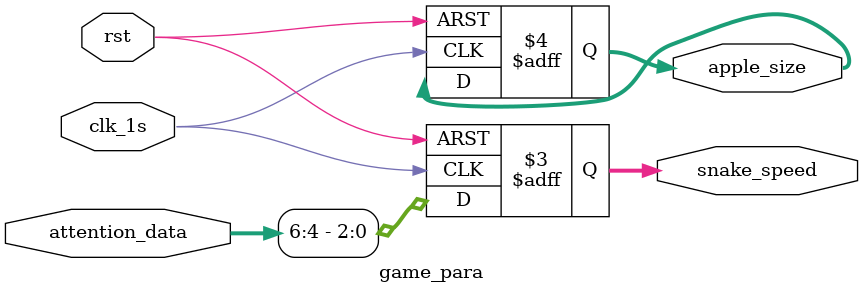
<source format=v>
`timescale 1ns / 1ps
module game_para(
	clk_1s,rst,attention_data,snake_speed,apple_size
    );
	 input clk_1s;
	 input rst;
	 input [7:0] attention_data;
	 output reg [2:0] snake_speed;
	 output reg [2:0] apple_size;
	 
	 always @(posedge clk_1s or negedge rst)
	 begin
		if(!rst)
		begin
			snake_speed <= 3'd0;
			apple_size <= 3'd0;
		end
		else
		begin
			snake_speed <= attention_data[7:4];
		end
	 
	 end


endmodule

</source>
